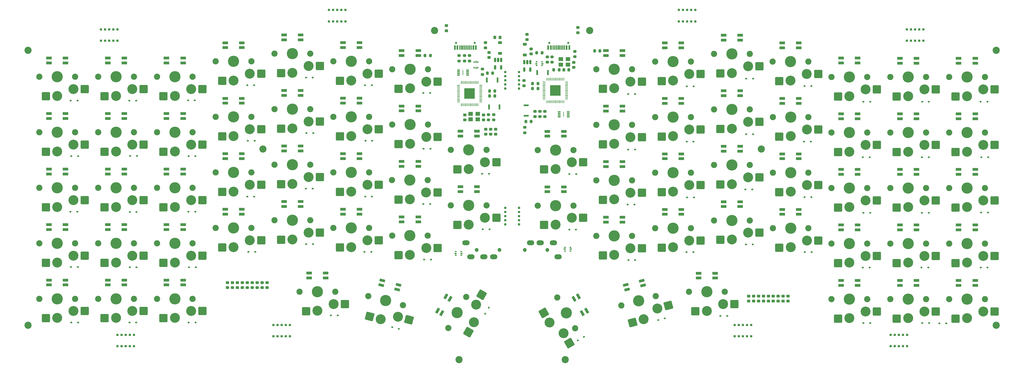
<source format=gbr>
%TF.GenerationSoftware,KiCad,Pcbnew,7.0.8*%
%TF.CreationDate,2023-12-22T16:38:51-05:00*%
%TF.ProjectId,Sango,53616e67-6f2e-46b6-9963-61645f706362,rev?*%
%TF.SameCoordinates,Original*%
%TF.FileFunction,Soldermask,Top*%
%TF.FilePolarity,Negative*%
%FSLAX46Y46*%
G04 Gerber Fmt 4.6, Leading zero omitted, Abs format (unit mm)*
G04 Created by KiCad (PCBNEW 7.0.8) date 2023-12-22 16:38:51*
%MOMM*%
%LPD*%
G01*
G04 APERTURE LIST*
G04 Aperture macros list*
%AMRoundRect*
0 Rectangle with rounded corners*
0 $1 Rounding radius*
0 $2 $3 $4 $5 $6 $7 $8 $9 X,Y pos of 4 corners*
0 Add a 4 corners polygon primitive as box body*
4,1,4,$2,$3,$4,$5,$6,$7,$8,$9,$2,$3,0*
0 Add four circle primitives for the rounded corners*
1,1,$1+$1,$2,$3*
1,1,$1+$1,$4,$5*
1,1,$1+$1,$6,$7*
1,1,$1+$1,$8,$9*
0 Add four rect primitives between the rounded corners*
20,1,$1+$1,$2,$3,$4,$5,0*
20,1,$1+$1,$4,$5,$6,$7,0*
20,1,$1+$1,$6,$7,$8,$9,0*
20,1,$1+$1,$8,$9,$2,$3,0*%
%AMRotRect*
0 Rectangle, with rotation*
0 The origin of the aperture is its center*
0 $1 length*
0 $2 width*
0 $3 Rotation angle, in degrees counterclockwise*
0 Add horizontal line*
21,1,$1,$2,0,0,$3*%
G04 Aperture macros list end*
%ADD10R,1.700000X0.820000*%
%ADD11RoundRect,0.205000X0.645000X0.205000X-0.645000X0.205000X-0.645000X-0.205000X0.645000X-0.205000X0*%
%ADD12RoundRect,0.112500X0.187500X0.112500X-0.187500X0.112500X-0.187500X-0.112500X0.187500X-0.112500X0*%
%ADD13RoundRect,0.112500X-0.187500X-0.112500X0.187500X-0.112500X0.187500X0.112500X-0.187500X0.112500X0*%
%ADD14RoundRect,0.225000X-0.250000X0.225000X-0.250000X-0.225000X0.250000X-0.225000X0.250000X0.225000X0*%
%ADD15RoundRect,0.205000X-0.645000X-0.205000X0.645000X-0.205000X0.645000X0.205000X-0.645000X0.205000X0*%
%ADD16C,1.200000*%
%ADD17O,2.300000X1.500000*%
%ADD18RoundRect,0.200000X0.200000X0.275000X-0.200000X0.275000X-0.200000X-0.275000X0.200000X-0.275000X0*%
%ADD19C,2.200000*%
%ADD20RoundRect,0.112500X-0.003678X0.218630X-0.191178X-0.106130X0.003678X-0.218630X0.191178X0.106130X0*%
%ADD21C,0.787400*%
%ADD22RoundRect,0.200000X-0.275000X0.200000X-0.275000X-0.200000X0.275000X-0.200000X0.275000X0.200000X0*%
%ADD23RoundRect,0.200000X0.275000X-0.200000X0.275000X0.200000X-0.275000X0.200000X-0.275000X-0.200000X0*%
%ADD24R,0.550000X1.500000*%
%ADD25RoundRect,0.225000X0.250000X-0.225000X0.250000X0.225000X-0.250000X0.225000X-0.250000X-0.225000X0*%
%ADD26RotRect,1.700000X0.820000X195.000000*%
%ADD27RoundRect,0.205000X0.569964X0.364953X-0.676080X0.031077X-0.569964X-0.364953X0.676080X-0.031077X0*%
%ADD28RoundRect,0.225000X0.375000X-0.225000X0.375000X0.225000X-0.375000X0.225000X-0.375000X-0.225000X0*%
%ADD29R,0.500000X0.375000*%
%ADD30R,0.650000X0.300000*%
%ADD31RoundRect,0.218750X-0.256250X0.218750X-0.256250X-0.218750X0.256250X-0.218750X0.256250X0.218750X0*%
%ADD32RoundRect,0.150000X-0.150000X0.512500X-0.150000X-0.512500X0.150000X-0.512500X0.150000X0.512500X0*%
%ADD33R,1.400000X1.200000*%
%ADD34RoundRect,0.112500X0.210228X0.060138X-0.151994X0.157195X-0.210228X-0.060138X0.151994X-0.157195X0*%
%ADD35R,1.500000X0.550000*%
%ADD36RoundRect,0.200000X-0.200000X-0.275000X0.200000X-0.275000X0.200000X0.275000X-0.200000X0.275000X0*%
%ADD37C,0.650000*%
%ADD38R,0.600000X1.450000*%
%ADD39R,0.300000X1.450000*%
%ADD40RotRect,1.700000X0.820000X120.000000*%
%ADD41RoundRect,0.205000X0.500035X-0.456086X-0.144965X0.661086X-0.500035X0.456086X0.144965X-0.661086X0*%
%ADD42RotRect,1.700000X0.820000X345.000000*%
%ADD43RoundRect,0.205000X-0.676080X-0.031077X0.569964X-0.364953X0.676080X0.031077X-0.569964X0.364953X0*%
%ADD44RotRect,1.700000X0.820000X60.000000*%
%ADD45RoundRect,0.205000X-0.144965X-0.661086X0.500035X0.456086X0.144965X0.661086X-0.500035X-0.456086X0*%
%ADD46R,0.375000X0.500000*%
%ADD47R,0.300000X0.650000*%
%ADD48R,0.900000X0.300000*%
%ADD49R,0.250000X1.650000*%
%ADD50RoundRect,0.112500X-0.151994X-0.157195X0.210228X-0.060138X0.151994X0.157195X-0.210228X0.060138X0*%
%ADD51RoundRect,0.225000X-0.225000X-0.250000X0.225000X-0.250000X0.225000X0.250000X-0.225000X0.250000X0*%
%ADD52RoundRect,0.218750X-0.218750X-0.256250X0.218750X-0.256250X0.218750X0.256250X-0.218750X0.256250X0*%
%ADD53RoundRect,0.112500X0.106130X0.191178X-0.218630X0.003678X-0.106130X-0.191178X0.218630X-0.003678X0*%
%ADD54RoundRect,0.050000X0.387500X0.050000X-0.387500X0.050000X-0.387500X-0.050000X0.387500X-0.050000X0*%
%ADD55RoundRect,0.050000X0.050000X0.387500X-0.050000X0.387500X-0.050000X-0.387500X0.050000X-0.387500X0*%
%ADD56R,3.200000X3.200000*%
%ADD57RoundRect,0.050000X-0.387500X-0.050000X0.387500X-0.050000X0.387500X0.050000X-0.387500X0.050000X0*%
%ADD58RoundRect,0.050000X-0.050000X-0.387500X0.050000X-0.387500X0.050000X0.387500X-0.050000X0.387500X0*%
%ADD59C,1.900000*%
%ADD60C,3.450000*%
%ADD61C,3.050000*%
%ADD62RoundRect,0.250000X-1.025000X-1.000000X1.025000X-1.000000X1.025000X1.000000X-1.025000X1.000000X0*%
%ADD63RoundRect,0.250000X0.353525X-1.387676X1.378525X0.387676X-0.353525X1.387676X-1.378525X-0.387676X0*%
%ADD64RoundRect,0.250000X-1.248893X-0.700636X0.731255X-1.231215X1.248893X0.700636X-0.731255X1.231215X0*%
%ADD65RoundRect,0.250000X-0.731255X-1.231215X1.248893X-0.700636X0.731255X1.231215X-1.248893X0.700636X0*%
%ADD66RoundRect,0.250000X-1.378525X0.387676X-0.353525X-1.387676X1.378525X-0.387676X0.353525X1.387676X0*%
G04 APERTURE END LIST*
D10*
%TO.C,D139*%
X145180000Y-249612582D03*
X145180000Y-251112582D03*
D11*
X140080000Y-251112582D03*
D10*
X140080000Y-249612582D03*
%TD*%
D12*
%TO.C,D55*%
X166987500Y-243250000D03*
X164887500Y-243250000D03*
%TD*%
D13*
%TO.C,D19*%
X318380000Y-245870000D03*
X320480000Y-245870000D03*
%TD*%
D12*
%TO.C,D51*%
X94537500Y-250340000D03*
X92437500Y-250340000D03*
%TD*%
D14*
%TO.C,C6*%
X235380000Y-219505000D03*
X235380000Y-221055000D03*
%TD*%
D10*
%TO.C,D100*%
X158180000Y-231644000D03*
X158180000Y-230144000D03*
D15*
X163280000Y-230144000D03*
D10*
X163280000Y-231644000D03*
%TD*%
D16*
%TO.C,J4*%
X224477500Y-262100000D03*
X217477500Y-262100000D03*
D17*
X219677500Y-264250000D03*
X215677500Y-264250000D03*
X214177500Y-259950000D03*
X222677500Y-264250000D03*
%TD*%
D10*
%TO.C,D121*%
X140080000Y-234019000D03*
X140080000Y-232519000D03*
D15*
X145180000Y-232519000D03*
D10*
X145180000Y-234019000D03*
%TD*%
%TO.C,D94*%
X370925000Y-237318582D03*
X370925000Y-238818582D03*
D11*
X365825000Y-238818582D03*
D10*
X365825000Y-237318582D03*
%TD*%
D18*
%TO.C,R9*%
X236305000Y-210880000D03*
X234655000Y-210880000D03*
%TD*%
D12*
%TO.C,D47*%
X149087500Y-228520000D03*
X146987500Y-228520000D03*
%TD*%
D10*
%TO.C,D96*%
X334725000Y-237318582D03*
X334725000Y-238818582D03*
D11*
X329625000Y-238818582D03*
D10*
X329625000Y-237318582D03*
%TD*%
%TO.C,D80*%
X293450000Y-214618582D03*
X293450000Y-213118582D03*
D15*
X298550000Y-213118582D03*
D10*
X298550000Y-214618582D03*
%TD*%
D14*
%TO.C,C17*%
X221760000Y-224935000D03*
X221760000Y-226485000D03*
%TD*%
D19*
%TO.C,REF\u002A\u002A*%
X212000000Y-295900000D03*
%TD*%
D20*
%TO.C,D72*%
X221165000Y-279940673D03*
X220115000Y-281759327D03*
%TD*%
D19*
%TO.C,REF\u002A\u002A*%
X204500000Y-194600000D03*
%TD*%
D13*
%TO.C,D33*%
X292450000Y-282430000D03*
X294550000Y-282430000D03*
%TD*%
D19*
%TO.C,REF\u002A\u002A*%
X377375000Y-285300000D03*
%TD*%
D13*
%TO.C,D25*%
X282090000Y-262830000D03*
X284190000Y-262830000D03*
%TD*%
D10*
%TO.C,D123*%
X239175000Y-244218582D03*
X239175000Y-242718582D03*
D15*
X244275000Y-242718582D03*
D10*
X244275000Y-244218582D03*
%TD*%
%TO.C,D119*%
X85780000Y-204544000D03*
X85780000Y-203044000D03*
D15*
X90880000Y-203044000D03*
D10*
X90880000Y-204544000D03*
%TD*%
%TO.C,D138*%
X163280000Y-247237582D03*
X163280000Y-248737582D03*
D11*
X158180000Y-248737582D03*
D10*
X158180000Y-247237582D03*
%TD*%
D13*
%TO.C,D4*%
X318352500Y-211690000D03*
X320452500Y-211690000D03*
%TD*%
D12*
%TO.C,D67*%
X94760000Y-284510000D03*
X92660000Y-284510000D03*
%TD*%
D21*
%TO.C,REF\u002A\u002A*%
X171960000Y-191746000D03*
X173230000Y-191746000D03*
X174500000Y-191746000D03*
X175770000Y-191746000D03*
X177040000Y-191746000D03*
%TD*%
D13*
%TO.C,D17*%
X282230000Y-245930000D03*
X284330000Y-245930000D03*
%TD*%
D14*
%TO.C,C19*%
X151415000Y-272200000D03*
X151415000Y-273750000D03*
%TD*%
D10*
%TO.C,D75*%
X334725000Y-203071600D03*
X334725000Y-204571600D03*
D11*
X329625000Y-204571600D03*
D10*
X329625000Y-203071600D03*
%TD*%
%TO.C,D126*%
X293450000Y-248793582D03*
X293450000Y-247293582D03*
D15*
X298550000Y-247293582D03*
D10*
X298550000Y-248793582D03*
%TD*%
D12*
%TO.C,D68*%
X112667500Y-284490000D03*
X110567500Y-284490000D03*
%TD*%
D13*
%TO.C,D34*%
X336480000Y-284630000D03*
X338580000Y-284630000D03*
%TD*%
D12*
%TO.C,D66*%
X221427500Y-255780000D03*
X219327500Y-255780000D03*
%TD*%
D22*
%TO.C,R2*%
X232260000Y-224385000D03*
X232260000Y-226035000D03*
%TD*%
D10*
%TO.C,D125*%
X275350000Y-251168582D03*
X275350000Y-249668582D03*
D15*
X280450000Y-249668582D03*
D10*
X280450000Y-251168582D03*
%TD*%
%TO.C,D142*%
X103880000Y-272919000D03*
X103880000Y-271419000D03*
D15*
X108980000Y-271419000D03*
D10*
X108980000Y-272919000D03*
%TD*%
D23*
%TO.C,R19*%
X215280000Y-203945000D03*
X215280000Y-202295000D03*
%TD*%
D12*
%TO.C,D39*%
X130697500Y-216120000D03*
X128597500Y-216120000D03*
%TD*%
%TO.C,D56*%
X185220000Y-245670000D03*
X183120000Y-245670000D03*
%TD*%
D24*
%TO.C,SW4*%
X220605000Y-209800000D03*
X223855000Y-209800000D03*
%TD*%
D10*
%TO.C,D120*%
X181380000Y-215419000D03*
X181380000Y-216919000D03*
D11*
X176280000Y-216919000D03*
D10*
X176280000Y-215419000D03*
%TD*%
D13*
%TO.C,D1*%
X264090000Y-214120000D03*
X266190000Y-214120000D03*
%TD*%
D10*
%TO.C,D99*%
X163280000Y-213044000D03*
X163280000Y-214544000D03*
D11*
X158180000Y-214544000D03*
D10*
X158180000Y-213044000D03*
%TD*%
D25*
%TO.C,C1*%
X234200000Y-201775000D03*
X234200000Y-200225000D03*
%TD*%
D13*
%TO.C,D23*%
X245942500Y-255880000D03*
X248042500Y-255880000D03*
%TD*%
D12*
%TO.C,D70*%
X174700000Y-282310000D03*
X172600000Y-282310000D03*
%TD*%
D10*
%TO.C,D141*%
X85780000Y-272919000D03*
X85780000Y-271419000D03*
D15*
X90880000Y-271419000D03*
D10*
X90880000Y-272919000D03*
%TD*%
%TO.C,D102*%
X121980000Y-204544000D03*
X121980000Y-203044000D03*
D15*
X127080000Y-203044000D03*
D10*
X127080000Y-204544000D03*
%TD*%
D26*
%TO.C,D133*%
X268262494Y-271581015D03*
X268650722Y-273029904D03*
D27*
X263724500Y-274349881D03*
D26*
X263336272Y-272900992D03*
%TD*%
D19*
%TO.C,REF\u002A\u002A*%
X305050000Y-231080000D03*
%TD*%
D10*
%TO.C,D83*%
X347725000Y-221743582D03*
X347725000Y-220243582D03*
D15*
X352825000Y-220243582D03*
D10*
X352825000Y-221743582D03*
%TD*%
D23*
%TO.C,R20*%
X213730000Y-203955000D03*
X213730000Y-202305000D03*
%TD*%
D13*
%TO.C,D20*%
X336482500Y-250690000D03*
X338582500Y-250690000D03*
%TD*%
D10*
%TO.C,D82*%
X329625000Y-221743582D03*
X329625000Y-220243582D03*
D15*
X334725000Y-220243582D03*
D10*
X334725000Y-221743582D03*
%TD*%
%TO.C,D107*%
X127080000Y-220144000D03*
X127080000Y-221644000D03*
D11*
X121980000Y-221644000D03*
D10*
X121980000Y-220144000D03*
%TD*%
%TO.C,D116*%
X199466577Y-217819000D03*
X199466577Y-219319000D03*
D11*
X194366577Y-219319000D03*
D10*
X194366577Y-217819000D03*
%TD*%
%TO.C,D79*%
X262350000Y-200743582D03*
X262350000Y-202243582D03*
D11*
X257250000Y-202243582D03*
D10*
X257250000Y-200743582D03*
%TD*%
D12*
%TO.C,D50*%
X203207500Y-230960000D03*
X201107500Y-230960000D03*
%TD*%
D28*
%TO.C,D73*%
X232230000Y-202117500D03*
X232230000Y-198817500D03*
%TD*%
D22*
%TO.C,R7*%
X219200000Y-206435000D03*
X219200000Y-208085000D03*
%TD*%
D28*
%TO.C,D122*%
X224650000Y-201560000D03*
X224650000Y-198260000D03*
%TD*%
D29*
%TO.C,U5*%
X244590000Y-261372500D03*
D30*
X244515000Y-261910000D03*
D29*
X244590000Y-262447500D03*
X246290000Y-262447500D03*
D30*
X246365000Y-261910000D03*
D29*
X246290000Y-261372500D03*
%TD*%
D10*
%TO.C,D106*%
X140080000Y-199844000D03*
X140080000Y-198344000D03*
D15*
X145180000Y-198344000D03*
D10*
X145180000Y-199844000D03*
%TD*%
%TO.C,D98*%
X103880000Y-204544000D03*
X103880000Y-203044000D03*
D15*
X108980000Y-203044000D03*
D10*
X108980000Y-204544000D03*
%TD*%
D31*
%TO.C,FB1*%
X248610000Y-193672500D03*
X248610000Y-195247500D03*
%TD*%
D12*
%TO.C,D64*%
X185047500Y-262740000D03*
X182947500Y-262740000D03*
%TD*%
D19*
%TO.C,REF\u002A\u002A*%
X377375000Y-200700000D03*
%TD*%
D31*
%TO.C,F1*%
X232910000Y-195782500D03*
X232910000Y-197357500D03*
%TD*%
D12*
%TO.C,D61*%
X130980000Y-267440000D03*
X128880000Y-267440000D03*
%TD*%
D10*
%TO.C,D118*%
X194366577Y-202244000D03*
X194366577Y-200744000D03*
D15*
X199466577Y-200744000D03*
D10*
X199466577Y-202244000D03*
%TD*%
D12*
%TO.C,D46*%
X130867500Y-233260000D03*
X128767500Y-233260000D03*
%TD*%
D10*
%TO.C,D84*%
X365825000Y-221743582D03*
X365825000Y-220243582D03*
D15*
X370925000Y-220243582D03*
D10*
X370925000Y-221743582D03*
%TD*%
%TO.C,D137*%
X181380000Y-249612582D03*
X181380000Y-251112582D03*
D11*
X176280000Y-251112582D03*
D10*
X176280000Y-249612582D03*
%TD*%
%TO.C,D89*%
X239175000Y-227118582D03*
X239175000Y-225618582D03*
D15*
X244275000Y-225618582D03*
D10*
X244275000Y-227118582D03*
%TD*%
D23*
%TO.C,R14*%
X239170000Y-204335000D03*
X239170000Y-202685000D03*
%TD*%
D10*
%TO.C,D90*%
X257250000Y-219343582D03*
X257250000Y-217843582D03*
D15*
X262350000Y-217843582D03*
D10*
X262350000Y-219343582D03*
%TD*%
%TO.C,D85*%
X370925000Y-203143582D03*
X370925000Y-204643582D03*
D11*
X365825000Y-204643582D03*
D10*
X365825000Y-203143582D03*
%TD*%
D25*
%TO.C,C10*%
X305720000Y-277895000D03*
X305720000Y-276345000D03*
%TD*%
D32*
%TO.C,U3*%
X225000000Y-203642500D03*
X224050000Y-203642500D03*
X223100000Y-203642500D03*
X223100000Y-205917500D03*
X225000000Y-205917500D03*
%TD*%
D14*
%TO.C,C30*%
X140770000Y-272200000D03*
X140770000Y-273750000D03*
%TD*%
D21*
%TO.C,REF\u002A\u002A*%
X230489850Y-254280000D03*
X230489850Y-253010000D03*
X230489850Y-251740000D03*
X230489850Y-250470000D03*
X230489850Y-249200000D03*
%TD*%
D12*
%TO.C,D65*%
X203420000Y-265090000D03*
X201320000Y-265090000D03*
%TD*%
D33*
%TO.C,Y1*%
X245520000Y-203340000D03*
X243320000Y-203340000D03*
X243320000Y-205040000D03*
X245520000Y-205040000D03*
%TD*%
D10*
%TO.C,D76*%
X316625000Y-198368582D03*
X316625000Y-199868582D03*
D11*
X311525000Y-199868582D03*
D10*
X311525000Y-198368582D03*
%TD*%
D14*
%TO.C,C15*%
X152950000Y-272200000D03*
X152950000Y-273750000D03*
%TD*%
D10*
%TO.C,D128*%
X329625000Y-255918582D03*
X329625000Y-254418582D03*
D15*
X334725000Y-254418582D03*
D10*
X334725000Y-255918582D03*
%TD*%
D12*
%TO.C,D37*%
X94600000Y-216150000D03*
X92500000Y-216150000D03*
%TD*%
%TO.C,D49*%
X185317500Y-228500000D03*
X183217500Y-228500000D03*
%TD*%
D22*
%TO.C,R17*%
X220140000Y-198275000D03*
X220140000Y-199925000D03*
%TD*%
D18*
%TO.C,R3*%
X234225000Y-222620000D03*
X232575000Y-222620000D03*
%TD*%
D10*
%TO.C,D101*%
X108980000Y-254344000D03*
X108980000Y-255844000D03*
D11*
X103880000Y-255844000D03*
D10*
X103880000Y-254344000D03*
%TD*%
%TO.C,D78*%
X280450000Y-198368582D03*
X280450000Y-199868582D03*
D11*
X275350000Y-199868582D03*
D10*
X275350000Y-198368582D03*
%TD*%
D25*
%TO.C,C23*%
X213810000Y-222080000D03*
X213810000Y-220530000D03*
%TD*%
%TO.C,C5*%
X313320000Y-277895000D03*
X313320000Y-276345000D03*
%TD*%
D34*
%TO.C,D71*%
X193484222Y-286441760D03*
X191455778Y-285898240D03*
%TD*%
D10*
%TO.C,D104*%
X176280000Y-234019000D03*
X176280000Y-232519000D03*
D15*
X181380000Y-232519000D03*
D10*
X181380000Y-234019000D03*
%TD*%
D25*
%TO.C,C11*%
X302680000Y-277900000D03*
X302680000Y-276350000D03*
%TD*%
D24*
%TO.C,SW3*%
X221225000Y-218130000D03*
X224475000Y-218130000D03*
%TD*%
D21*
%TO.C,REF\u002A\u002A*%
X111940000Y-288265150D03*
X110670000Y-288265150D03*
X109400000Y-288265150D03*
X108130000Y-288265150D03*
X106860000Y-288265150D03*
%TD*%
D10*
%TO.C,D108*%
X194366577Y-236394000D03*
X194366577Y-234894000D03*
D15*
X199466577Y-234894000D03*
D10*
X199466577Y-236394000D03*
%TD*%
D22*
%TO.C,R4*%
X232010000Y-209975000D03*
X232010000Y-211625000D03*
%TD*%
D13*
%TO.C,D26*%
X300330000Y-260430000D03*
X302430000Y-260430000D03*
%TD*%
D10*
%TO.C,D115*%
X90880000Y-220144000D03*
X90880000Y-221644000D03*
D11*
X85780000Y-221644000D03*
D10*
X85780000Y-220144000D03*
%TD*%
D21*
%TO.C,REF\u002A\u002A*%
X154850000Y-288734850D03*
X156120000Y-288734850D03*
X157390000Y-288734850D03*
X158660000Y-288734850D03*
X159930000Y-288734850D03*
%TD*%
D10*
%TO.C,D140*%
X127080000Y-254344000D03*
X127080000Y-255844000D03*
D11*
X121980000Y-255844000D03*
D10*
X121980000Y-254344000D03*
%TD*%
D13*
%TO.C,D5*%
X336530000Y-216460000D03*
X338630000Y-216460000D03*
%TD*%
D25*
%TO.C,C14*%
X310280000Y-277895000D03*
X310280000Y-276345000D03*
%TD*%
D10*
%TO.C,D88*%
X262350000Y-234943582D03*
X262350000Y-236443582D03*
D11*
X257250000Y-236443582D03*
D10*
X257250000Y-234943582D03*
%TD*%
D12*
%TO.C,D45*%
X112847500Y-233210000D03*
X110747500Y-233210000D03*
%TD*%
D14*
%TO.C,C26*%
X219590000Y-220530000D03*
X219590000Y-222080000D03*
%TD*%
D10*
%TO.C,D132*%
X290837592Y-269295077D03*
X290837592Y-270795077D03*
D11*
X285737592Y-270795077D03*
D10*
X285737592Y-269295077D03*
%TD*%
D13*
%TO.C,D22*%
X372750000Y-250610000D03*
X374850000Y-250610000D03*
%TD*%
D10*
%TO.C,D81*%
X311525000Y-216968582D03*
X311525000Y-215468582D03*
D15*
X316625000Y-215468582D03*
D10*
X316625000Y-216968582D03*
%TD*%
%TO.C,D113*%
X103880000Y-238744000D03*
X103880000Y-237244000D03*
D15*
X108980000Y-237244000D03*
D10*
X108980000Y-238744000D03*
%TD*%
D22*
%TO.C,R11*%
X247670000Y-201005000D03*
X247670000Y-202655000D03*
%TD*%
D13*
%TO.C,D14*%
X372812500Y-233590000D03*
X374912500Y-233590000D03*
%TD*%
D33*
%TO.C,Y2*%
X215600000Y-221935000D03*
X217800000Y-221935000D03*
X217800000Y-220235000D03*
X215600000Y-220235000D03*
%TD*%
D13*
%TO.C,D12*%
X336350000Y-233580000D03*
X338450000Y-233580000D03*
%TD*%
D14*
%TO.C,C27*%
X143810000Y-272200000D03*
X143810000Y-273750000D03*
%TD*%
D12*
%TO.C,D48*%
X167180000Y-226190000D03*
X165080000Y-226190000D03*
%TD*%
D10*
%TO.C,D135*%
X217555000Y-242662582D03*
X217555000Y-244162582D03*
D11*
X212455000Y-244162582D03*
D10*
X212455000Y-242662582D03*
%TD*%
D35*
%TO.C,SW2*%
X232720000Y-220855000D03*
X232720000Y-217605000D03*
%TD*%
D12*
%TO.C,D41*%
X167017500Y-209050000D03*
X164917500Y-209050000D03*
%TD*%
%TO.C,D69*%
X130917500Y-284530000D03*
X128817500Y-284530000D03*
%TD*%
D10*
%TO.C,D131*%
X334725000Y-271518582D03*
X334725000Y-273018582D03*
D11*
X329625000Y-273018582D03*
D10*
X329625000Y-271518582D03*
%TD*%
D13*
%TO.C,D9*%
X282102500Y-228800000D03*
X284202500Y-228800000D03*
%TD*%
D10*
%TO.C,D87*%
X280450000Y-232568582D03*
X280450000Y-234068582D03*
D11*
X275350000Y-234068582D03*
D10*
X275350000Y-232568582D03*
%TD*%
D36*
%TO.C,R6*%
X220725000Y-207700000D03*
X222375000Y-207700000D03*
%TD*%
D10*
%TO.C,D127*%
X311525000Y-251168582D03*
X311525000Y-249668582D03*
D15*
X316625000Y-249668582D03*
D10*
X316625000Y-251168582D03*
%TD*%
D36*
%TO.C,R12*%
X235945000Y-201460000D03*
X237595000Y-201460000D03*
%TD*%
D12*
%TO.C,D58*%
X221237500Y-238700000D03*
X219137500Y-238700000D03*
%TD*%
D37*
%TO.C,J3*%
X216895000Y-198344000D03*
X211115000Y-198344000D03*
D38*
X217230000Y-199789000D03*
X216455000Y-199789000D03*
D39*
X215255000Y-199789000D03*
X214255000Y-199789000D03*
X213755000Y-199789000D03*
X212755000Y-199789000D03*
D38*
X211555000Y-199789000D03*
X210780000Y-199789000D03*
X210780000Y-199789000D03*
X211555000Y-199789000D03*
D39*
X212255000Y-199789000D03*
X213255000Y-199789000D03*
X214755000Y-199789000D03*
X215755000Y-199789000D03*
D38*
X216455000Y-199789000D03*
X217230000Y-199789000D03*
%TD*%
D36*
%TO.C,R10*%
X234655000Y-212400000D03*
X236305000Y-212400000D03*
%TD*%
D13*
%TO.C,D8*%
X264142500Y-231210000D03*
X266242500Y-231210000D03*
%TD*%
D40*
%TO.C,D134*%
X251292238Y-280878442D03*
X249993200Y-281628442D03*
D41*
X247443200Y-277211712D03*
D40*
X248742238Y-276461712D03*
%TD*%
D13*
%TO.C,D6*%
X354580000Y-216510000D03*
X356680000Y-216510000D03*
%TD*%
D18*
%TO.C,R1*%
X242820000Y-206690000D03*
X241170000Y-206690000D03*
%TD*%
D25*
%TO.C,C4*%
X307240000Y-277895000D03*
X307240000Y-276345000D03*
%TD*%
D13*
%TO.C,D3*%
X300402500Y-209420000D03*
X302502500Y-209420000D03*
%TD*%
D10*
%TO.C,D112*%
X217555000Y-225569000D03*
X217555000Y-227069000D03*
D11*
X212455000Y-227069000D03*
D10*
X212455000Y-225569000D03*
%TD*%
%TO.C,D111*%
X108980000Y-220144000D03*
X108980000Y-221644000D03*
D11*
X103880000Y-221644000D03*
D10*
X103880000Y-220144000D03*
%TD*%
D21*
%TO.C,REF\u002A\u002A*%
X230484850Y-212470000D03*
X230484850Y-211200000D03*
X230484850Y-209930000D03*
X230484850Y-208660000D03*
X230484850Y-207390000D03*
%TD*%
D10*
%TO.C,D136*%
X199466577Y-251987582D03*
X199466577Y-253487582D03*
D11*
X194366577Y-253487582D03*
D10*
X194366577Y-251987582D03*
%TD*%
D13*
%TO.C,D18*%
X300150000Y-243500000D03*
X302250000Y-243500000D03*
%TD*%
D12*
%TO.C,D53*%
X130800000Y-250340000D03*
X128700000Y-250340000D03*
%TD*%
D10*
%TO.C,D74*%
X352825000Y-203143582D03*
X352825000Y-204643582D03*
D11*
X347725000Y-204643582D03*
D10*
X347725000Y-203143582D03*
%TD*%
D29*
%TO.C,U7*%
X212740000Y-263747500D03*
D30*
X212815000Y-263210000D03*
D29*
X212740000Y-262672500D03*
X211040000Y-262672500D03*
D30*
X210965000Y-263210000D03*
D29*
X211040000Y-263747500D03*
%TD*%
D19*
%TO.C,REF\u002A\u002A*%
X79330000Y-200700000D03*
%TD*%
D21*
%TO.C,REF\u002A\u002A*%
X354915000Y-194270000D03*
X353645000Y-194270000D03*
X352375000Y-194270000D03*
X351105000Y-194270000D03*
X349835000Y-194270000D03*
%TD*%
D10*
%TO.C,D92*%
X347725000Y-255918582D03*
X347725000Y-254418582D03*
D15*
X352825000Y-254418582D03*
D10*
X352825000Y-255918582D03*
%TD*%
%TO.C,D144*%
X165866577Y-270737582D03*
X165866577Y-269237582D03*
D15*
X170966577Y-269237582D03*
D10*
X170966577Y-270737582D03*
%TD*%
D21*
%TO.C,REF\u002A\u002A*%
X349915000Y-288265150D03*
X348645000Y-288265150D03*
X347375000Y-288265150D03*
X346105000Y-288265150D03*
X344835000Y-288265150D03*
%TD*%
%TO.C,REF\u002A\u002A*%
X106870000Y-194275150D03*
X105600000Y-194275150D03*
X104330000Y-194275150D03*
X103060000Y-194275150D03*
X101790000Y-194275150D03*
%TD*%
D12*
%TO.C,D63*%
X167057500Y-260320000D03*
X164957500Y-260320000D03*
%TD*%
%TO.C,D54*%
X148957500Y-245670000D03*
X146857500Y-245670000D03*
%TD*%
D14*
%TO.C,C21*%
X148370000Y-272200000D03*
X148370000Y-273750000D03*
%TD*%
%TO.C,C28*%
X142290000Y-272200000D03*
X142290000Y-273750000D03*
%TD*%
D21*
%TO.C,REF\u002A\u002A*%
X159940000Y-285265150D03*
X158670000Y-285265150D03*
X157400000Y-285265150D03*
X156130000Y-285265150D03*
X154860000Y-285265150D03*
%TD*%
D10*
%TO.C,D124*%
X257250000Y-253543582D03*
X257250000Y-252043582D03*
D15*
X262350000Y-252043582D03*
D10*
X262350000Y-253543582D03*
%TD*%
%TO.C,D114*%
X176280000Y-199819000D03*
X176280000Y-198319000D03*
D15*
X181380000Y-198319000D03*
D10*
X181380000Y-199819000D03*
%TD*%
D13*
%TO.C,D36*%
X359882500Y-284770000D03*
X361982500Y-284770000D03*
%TD*%
D10*
%TO.C,D109*%
X85780000Y-238744000D03*
X85780000Y-237244000D03*
D15*
X90880000Y-237244000D03*
D10*
X90880000Y-238744000D03*
%TD*%
D14*
%TO.C,C2*%
X247320000Y-204395000D03*
X247320000Y-205945000D03*
%TD*%
D21*
%TO.C,REF\u002A\u002A*%
X226249000Y-249200000D03*
X226249000Y-250470000D03*
X226249000Y-251740000D03*
X226249000Y-253010000D03*
X226249000Y-254280000D03*
%TD*%
D10*
%TO.C,D77*%
X298550000Y-196018582D03*
X298550000Y-197518582D03*
D11*
X293450000Y-197518582D03*
D10*
X293450000Y-196018582D03*
%TD*%
%TO.C,D129*%
X370925000Y-271518582D03*
X370925000Y-273018582D03*
D11*
X365825000Y-273018582D03*
D10*
X365825000Y-271518582D03*
%TD*%
D23*
%TO.C,R5*%
X221110000Y-222130000D03*
X221110000Y-220480000D03*
%TD*%
D13*
%TO.C,D35*%
X354590000Y-284690000D03*
X356690000Y-284690000D03*
%TD*%
%TO.C,D11*%
X318230000Y-228760000D03*
X320330000Y-228760000D03*
%TD*%
D42*
%TO.C,D145*%
X188059712Y-272984680D03*
X188447940Y-271535791D03*
D43*
X193374162Y-272855768D03*
D42*
X192985934Y-274304657D03*
%TD*%
D12*
%TO.C,D52*%
X112760000Y-250420000D03*
X110660000Y-250420000D03*
%TD*%
D44*
%TO.C,D146*%
X206720219Y-281583218D03*
X205421181Y-280833218D03*
D45*
X207971181Y-276416488D03*
D44*
X209270219Y-277166488D03*
%TD*%
D10*
%TO.C,D97*%
X316625000Y-232568582D03*
X316625000Y-234068582D03*
D11*
X311525000Y-234068582D03*
D10*
X311525000Y-232568582D03*
%TD*%
D12*
%TO.C,D62*%
X149300000Y-262700000D03*
X147200000Y-262700000D03*
%TD*%
D24*
%TO.C,SW1*%
X239355000Y-207540000D03*
X236105000Y-207540000D03*
%TD*%
D46*
%TO.C,U8*%
X216722500Y-206040000D03*
D47*
X217260000Y-206115000D03*
D46*
X217797500Y-206040000D03*
X217797500Y-204340000D03*
D47*
X217260000Y-204265000D03*
D46*
X216722500Y-204340000D03*
%TD*%
D12*
%TO.C,D42*%
X185177500Y-211450000D03*
X183077500Y-211450000D03*
%TD*%
D21*
%TO.C,REF\u002A\u002A*%
X226244000Y-207390000D03*
X226244000Y-208660000D03*
X226244000Y-209930000D03*
X226244000Y-211200000D03*
X226244000Y-212470000D03*
%TD*%
D22*
%TO.C,R8*%
X222690000Y-220465000D03*
X222690000Y-222115000D03*
%TD*%
D19*
%TO.C,REF\u002A\u002A*%
X79400000Y-285300000D03*
%TD*%
D48*
%TO.C,IC2*%
X211850000Y-206780000D03*
X211850000Y-207280000D03*
X211850000Y-207780000D03*
X211850000Y-208280000D03*
X214650000Y-208280000D03*
X214650000Y-207780000D03*
X214650000Y-207280000D03*
X214650000Y-206780000D03*
D49*
X213250000Y-207530000D03*
%TD*%
D36*
%TO.C,R16*%
X201575000Y-202290000D03*
X203225000Y-202290000D03*
%TD*%
D10*
%TO.C,D143*%
X121980000Y-272919000D03*
X121980000Y-271419000D03*
D15*
X127080000Y-271419000D03*
D10*
X127080000Y-272919000D03*
%TD*%
D21*
%TO.C,REF\u002A\u002A*%
X349835000Y-197746000D03*
X351105000Y-197746000D03*
X352375000Y-197746000D03*
X353645000Y-197746000D03*
X354915000Y-197746000D03*
%TD*%
D10*
%TO.C,D117*%
X121980000Y-238744000D03*
X121980000Y-237244000D03*
D15*
X127080000Y-237244000D03*
D10*
X127080000Y-238744000D03*
%TD*%
D36*
%TO.C,R21*%
X221405000Y-213160000D03*
X223055000Y-213160000D03*
%TD*%
D21*
%TO.C,REF\u002A\u002A*%
X101790000Y-197746000D03*
X103060000Y-197746000D03*
X104330000Y-197746000D03*
X105600000Y-197746000D03*
X106870000Y-197746000D03*
%TD*%
D19*
%TO.C,REF\u002A\u002A*%
X252230000Y-194600000D03*
%TD*%
D12*
%TO.C,D57*%
X203117500Y-247990000D03*
X201017500Y-247990000D03*
%TD*%
D14*
%TO.C,C25*%
X145330000Y-272200000D03*
X145330000Y-273750000D03*
%TD*%
D21*
%TO.C,REF\u002A\u002A*%
X106860000Y-291734850D03*
X108130000Y-291734850D03*
X109400000Y-291734850D03*
X110670000Y-291734850D03*
X111940000Y-291734850D03*
%TD*%
D14*
%TO.C,C7*%
X236900000Y-219505000D03*
X236900000Y-221055000D03*
%TD*%
D10*
%TO.C,D91*%
X275350000Y-216968582D03*
X275350000Y-215468582D03*
D15*
X280450000Y-215468582D03*
D10*
X280450000Y-216968582D03*
%TD*%
D25*
%TO.C,C12*%
X304200000Y-277900000D03*
X304200000Y-276350000D03*
%TD*%
D12*
%TO.C,D59*%
X94687500Y-267420000D03*
X92587500Y-267420000D03*
%TD*%
D16*
%TO.C,J2*%
X232250000Y-262100000D03*
X239250000Y-262100000D03*
D17*
X237050000Y-259950000D03*
X241050000Y-259950000D03*
X242550000Y-264250000D03*
X234050000Y-259950000D03*
%TD*%
D32*
%TO.C,U1*%
X233960000Y-204292500D03*
X233010000Y-204292500D03*
X232060000Y-204292500D03*
X232060000Y-206567500D03*
X233960000Y-206567500D03*
%TD*%
D13*
%TO.C,D28*%
X336330000Y-267570000D03*
X338430000Y-267570000D03*
%TD*%
%TO.C,D10*%
X300442500Y-226490000D03*
X302542500Y-226490000D03*
%TD*%
D25*
%TO.C,C29*%
X308760000Y-277895000D03*
X308760000Y-276345000D03*
%TD*%
D13*
%TO.C,D7*%
X372580000Y-216480000D03*
X374680000Y-216480000D03*
%TD*%
D10*
%TO.C,D105*%
X90880000Y-254344000D03*
X90880000Y-255844000D03*
D11*
X85780000Y-255844000D03*
D10*
X85780000Y-254344000D03*
%TD*%
D13*
%TO.C,D13*%
X354552500Y-233600000D03*
X356652500Y-233600000D03*
%TD*%
%TO.C,D29*%
X354360000Y-267570000D03*
X356460000Y-267570000D03*
%TD*%
D50*
%TO.C,D32*%
X273325778Y-283751760D03*
X275354222Y-283208240D03*
%TD*%
D12*
%TO.C,D44*%
X94790000Y-233250000D03*
X92690000Y-233250000D03*
%TD*%
D10*
%TO.C,D93*%
X365825000Y-255918582D03*
X365825000Y-254418582D03*
D15*
X370925000Y-254418582D03*
D10*
X370925000Y-255918582D03*
%TD*%
D14*
%TO.C,C24*%
X146850000Y-272200000D03*
X146850000Y-273750000D03*
%TD*%
D51*
%TO.C,C3*%
X244265000Y-206690000D03*
X245815000Y-206690000D03*
%TD*%
D25*
%TO.C,C9*%
X301160000Y-277895000D03*
X301160000Y-276345000D03*
%TD*%
D21*
%TO.C,REF\u002A\u002A*%
X279690000Y-191746000D03*
X280960000Y-191746000D03*
X282230000Y-191746000D03*
X283500000Y-191746000D03*
X284770000Y-191746000D03*
%TD*%
D12*
%TO.C,D40*%
X148977500Y-211400000D03*
X146877500Y-211400000D03*
%TD*%
D52*
%TO.C,F2*%
X223080000Y-196660000D03*
X224655000Y-196660000D03*
%TD*%
D10*
%TO.C,D103*%
X145180000Y-215444000D03*
X145180000Y-216944000D03*
D11*
X140080000Y-216944000D03*
D10*
X140080000Y-215444000D03*
%TD*%
D12*
%TO.C,D38*%
X112597500Y-216130000D03*
X110497500Y-216130000D03*
%TD*%
D10*
%TO.C,D110*%
X158180000Y-197444000D03*
X158180000Y-195944000D03*
D15*
X163280000Y-195944000D03*
D10*
X163280000Y-197444000D03*
%TD*%
D14*
%TO.C,C20*%
X149890000Y-272200000D03*
X149890000Y-273750000D03*
%TD*%
D37*
%TO.C,J1*%
X245615000Y-198375000D03*
X239835000Y-198375000D03*
D38*
X245950000Y-199820000D03*
X245175000Y-199820000D03*
D39*
X243975000Y-199820000D03*
X242975000Y-199820000D03*
X242475000Y-199820000D03*
X241475000Y-199820000D03*
D38*
X240275000Y-199820000D03*
X239500000Y-199820000D03*
X239500000Y-199820000D03*
X240275000Y-199820000D03*
D39*
X240975000Y-199820000D03*
X241975000Y-199820000D03*
X243475000Y-199820000D03*
X244475000Y-199820000D03*
D38*
X245175000Y-199820000D03*
X245950000Y-199820000D03*
%TD*%
D53*
%TO.C,D31*%
X250459327Y-288925000D03*
X248640673Y-289975000D03*
%TD*%
D19*
%TO.C,REF\u002A\u002A*%
X244713419Y-295900000D03*
%TD*%
D21*
%TO.C,REF\u002A\u002A*%
X177040000Y-188255150D03*
X175770000Y-188255150D03*
X174500000Y-188255150D03*
X173230000Y-188255150D03*
X171960000Y-188255150D03*
%TD*%
D54*
%TO.C,U2*%
X245097500Y-215632500D03*
X245097500Y-215232500D03*
X245097500Y-214832500D03*
X245097500Y-214432500D03*
X245097500Y-214032500D03*
X245097500Y-213632500D03*
X245097500Y-213232500D03*
X245097500Y-212832500D03*
X245097500Y-212432500D03*
X245097500Y-212032500D03*
X245097500Y-211632500D03*
X245097500Y-211232500D03*
X245097500Y-210832500D03*
X245097500Y-210432500D03*
D55*
X244260000Y-209595000D03*
X243860000Y-209595000D03*
X243460000Y-209595000D03*
X243060000Y-209595000D03*
X242660000Y-209595000D03*
X242260000Y-209595000D03*
X241860000Y-209595000D03*
X241460000Y-209595000D03*
X241060000Y-209595000D03*
X240660000Y-209595000D03*
X240260000Y-209595000D03*
X239860000Y-209595000D03*
X239460000Y-209595000D03*
X239060000Y-209595000D03*
D54*
X238222500Y-210432500D03*
X238222500Y-210832500D03*
X238222500Y-211232500D03*
X238222500Y-211632500D03*
X238222500Y-212032500D03*
X238222500Y-212432500D03*
X238222500Y-212832500D03*
X238222500Y-213232500D03*
X238222500Y-213632500D03*
X238222500Y-214032500D03*
X238222500Y-214432500D03*
X238222500Y-214832500D03*
X238222500Y-215232500D03*
X238222500Y-215632500D03*
D55*
X239060000Y-216470000D03*
X239460000Y-216470000D03*
X239860000Y-216470000D03*
X240260000Y-216470000D03*
X240660000Y-216470000D03*
X241060000Y-216470000D03*
X241460000Y-216470000D03*
X241860000Y-216470000D03*
X242260000Y-216470000D03*
X242660000Y-216470000D03*
X243060000Y-216470000D03*
X243460000Y-216470000D03*
X243860000Y-216470000D03*
X244260000Y-216470000D03*
D56*
X241660000Y-213032500D03*
%TD*%
D25*
%TO.C,C22*%
X221260000Y-202905000D03*
X221260000Y-201355000D03*
%TD*%
D10*
%TO.C,D95*%
X352825000Y-237318582D03*
X352825000Y-238818582D03*
D11*
X347725000Y-238818582D03*
D10*
X347725000Y-237318582D03*
%TD*%
D57*
%TO.C,U4*%
X211835000Y-211400000D03*
X211835000Y-211800000D03*
X211835000Y-212200000D03*
X211835000Y-212600000D03*
X211835000Y-213000000D03*
X211835000Y-213400000D03*
X211835000Y-213800000D03*
X211835000Y-214200000D03*
X211835000Y-214600000D03*
X211835000Y-215000000D03*
X211835000Y-215400000D03*
X211835000Y-215800000D03*
X211835000Y-216200000D03*
X211835000Y-216600000D03*
D58*
X212672500Y-217437500D03*
X213072500Y-217437500D03*
X213472500Y-217437500D03*
X213872500Y-217437500D03*
X214272500Y-217437500D03*
X214672500Y-217437500D03*
X215072500Y-217437500D03*
X215472500Y-217437500D03*
X215872500Y-217437500D03*
X216272500Y-217437500D03*
X216672500Y-217437500D03*
X217072500Y-217437500D03*
X217472500Y-217437500D03*
X217872500Y-217437500D03*
D57*
X218710000Y-216600000D03*
X218710000Y-216200000D03*
X218710000Y-215800000D03*
X218710000Y-215400000D03*
X218710000Y-215000000D03*
X218710000Y-214600000D03*
X218710000Y-214200000D03*
X218710000Y-213800000D03*
X218710000Y-213400000D03*
X218710000Y-213000000D03*
X218710000Y-212600000D03*
X218710000Y-212200000D03*
X218710000Y-211800000D03*
X218710000Y-211400000D03*
D58*
X217872500Y-210562500D03*
X217472500Y-210562500D03*
X217072500Y-210562500D03*
X216672500Y-210562500D03*
X216272500Y-210562500D03*
X215872500Y-210562500D03*
X215472500Y-210562500D03*
X215072500Y-210562500D03*
X214672500Y-210562500D03*
X214272500Y-210562500D03*
X213872500Y-210562500D03*
X213472500Y-210562500D03*
X213072500Y-210562500D03*
X212672500Y-210562500D03*
D56*
X215272500Y-214000000D03*
%TD*%
D12*
%TO.C,D60*%
X112747500Y-267460000D03*
X110647500Y-267460000D03*
%TD*%
D48*
%TO.C,IC1*%
X245640000Y-221170000D03*
X245640000Y-220670000D03*
X245640000Y-220170000D03*
X245640000Y-219670000D03*
X242840000Y-219670000D03*
X242840000Y-220170000D03*
X242840000Y-220670000D03*
X242840000Y-221170000D03*
D49*
X244240000Y-220420000D03*
%TD*%
D13*
%TO.C,D24*%
X264160000Y-265280000D03*
X266260000Y-265280000D03*
%TD*%
D23*
%TO.C,R13*%
X240690000Y-204325000D03*
X240690000Y-202675000D03*
%TD*%
D21*
%TO.C,REF\u002A\u002A*%
X301915000Y-285265150D03*
X300645000Y-285265150D03*
X299375000Y-285265150D03*
X298105000Y-285265150D03*
X296835000Y-285265150D03*
%TD*%
%TO.C,REF\u002A\u002A*%
X344835000Y-291744850D03*
X346105000Y-291744850D03*
X347375000Y-291744850D03*
X348645000Y-291744850D03*
X349915000Y-291744850D03*
%TD*%
%TO.C,REF\u002A\u002A*%
X284770000Y-188255150D03*
X283500000Y-188255150D03*
X282230000Y-188255150D03*
X280960000Y-188255150D03*
X279690000Y-188255150D03*
%TD*%
D13*
%TO.C,D21*%
X354542500Y-250670000D03*
X356642500Y-250670000D03*
%TD*%
D21*
%TO.C,REF\u002A\u002A*%
X296835000Y-288734850D03*
X298105000Y-288734850D03*
X299375000Y-288734850D03*
X300645000Y-288734850D03*
X301915000Y-288734850D03*
%TD*%
D25*
%TO.C,C13*%
X311800000Y-277895000D03*
X311800000Y-276345000D03*
%TD*%
D13*
%TO.C,D30*%
X372612500Y-267520000D03*
X374712500Y-267520000D03*
%TD*%
D14*
%TO.C,C16*%
X223280000Y-224935000D03*
X223280000Y-226485000D03*
%TD*%
D19*
%TO.C,REF\u002A\u002A*%
X151680000Y-231080000D03*
%TD*%
D23*
%TO.C,R18*%
X212070000Y-203965000D03*
X212070000Y-202315000D03*
%TD*%
D14*
%TO.C,C18*%
X220230000Y-224940000D03*
X220230000Y-226490000D03*
%TD*%
D18*
%TO.C,R22*%
X223055000Y-214700000D03*
X221405000Y-214700000D03*
%TD*%
%TO.C,R15*%
X255385000Y-200810000D03*
X253735000Y-200810000D03*
%TD*%
D13*
%TO.C,D2*%
X282140000Y-211800000D03*
X284240000Y-211800000D03*
%TD*%
D31*
%TO.C,FB2*%
X208110000Y-193052500D03*
X208110000Y-194627500D03*
%TD*%
D12*
%TO.C,D43*%
X203167500Y-213830000D03*
X201067500Y-213830000D03*
%TD*%
D29*
%TO.C,U6*%
X237640000Y-205327500D03*
D30*
X237715000Y-204790000D03*
D29*
X237640000Y-204252500D03*
X235940000Y-204252500D03*
D30*
X235865000Y-204790000D03*
D29*
X235940000Y-205327500D03*
%TD*%
D13*
%TO.C,D27*%
X318490000Y-262790000D03*
X320590000Y-262790000D03*
%TD*%
%TO.C,D16*%
X263972500Y-248170000D03*
X266072500Y-248170000D03*
%TD*%
%TO.C,D15*%
X245982500Y-238800000D03*
X248082500Y-238800000D03*
%TD*%
D10*
%TO.C,D86*%
X298550000Y-230218582D03*
X298550000Y-231718582D03*
D11*
X293450000Y-231718582D03*
D10*
X293450000Y-230218582D03*
%TD*%
D14*
%TO.C,C8*%
X238420000Y-219505000D03*
X238420000Y-221055000D03*
%TD*%
D10*
%TO.C,D130*%
X352825000Y-271518582D03*
X352825000Y-273018582D03*
D11*
X347725000Y-273018582D03*
D10*
X347725000Y-271518582D03*
%TD*%
D59*
%TO.C,K68*%
X100930000Y-277169000D03*
D60*
X106430000Y-277169000D03*
D61*
X106430000Y-283069000D03*
X111430000Y-280969000D03*
D59*
X111930000Y-277169000D03*
D62*
X102930000Y-283169000D03*
X114930000Y-280969000D03*
%TD*%
D59*
%TO.C,K46*%
X119030000Y-225894000D03*
D60*
X124530000Y-225894000D03*
D61*
X124530000Y-231794000D03*
X129530000Y-229694000D03*
D59*
X130030000Y-225894000D03*
D62*
X121030000Y-231894000D03*
X133030000Y-229694000D03*
%TD*%
D59*
%TO.C,K62*%
X137130000Y-255362582D03*
D60*
X142630000Y-255362582D03*
D61*
X142630000Y-261262582D03*
X147630000Y-259162582D03*
D59*
X148130000Y-255362582D03*
D62*
X139130000Y-261362582D03*
X151130000Y-259162582D03*
%TD*%
D59*
%TO.C,K6*%
X344775000Y-208893582D03*
D60*
X350275000Y-208893582D03*
D61*
X350275000Y-214793582D03*
X355275000Y-212693582D03*
D59*
X355775000Y-208893582D03*
D62*
X346775000Y-214893582D03*
X358775000Y-212693582D03*
%TD*%
D59*
%TO.C,K47*%
X137130000Y-221194000D03*
D60*
X142630000Y-221194000D03*
D61*
X142630000Y-227094000D03*
X147630000Y-224994000D03*
D59*
X148130000Y-221194000D03*
D62*
X139130000Y-227194000D03*
X151130000Y-224994000D03*
%TD*%
D59*
%TO.C,K38*%
X100930000Y-208794000D03*
D60*
X106430000Y-208794000D03*
D61*
X106430000Y-214694000D03*
X111430000Y-212594000D03*
D59*
X111930000Y-208794000D03*
D62*
X102930000Y-214794000D03*
X114930000Y-212594000D03*
%TD*%
D59*
%TO.C,K64*%
X173330000Y-255362582D03*
D60*
X178830000Y-255362582D03*
D61*
X178830000Y-261262582D03*
X183830000Y-259162582D03*
D59*
X184330000Y-255362582D03*
D62*
X175330000Y-261362582D03*
X187330000Y-259162582D03*
%TD*%
D59*
%TO.C,K49*%
X173330000Y-221169000D03*
D60*
X178830000Y-221169000D03*
D61*
X178830000Y-227069000D03*
X183830000Y-224969000D03*
D59*
X184330000Y-221169000D03*
D62*
X175330000Y-227169000D03*
X187330000Y-224969000D03*
%TD*%
D59*
%TO.C,K72*%
X208723848Y-286182051D03*
D60*
X211473848Y-281418911D03*
D61*
X216583398Y-284368911D03*
X217264745Y-278988784D03*
D59*
X214223848Y-276655771D03*
D63*
X214920000Y-287450000D03*
X219014745Y-275957695D03*
%TD*%
D59*
%TO.C,K55*%
X155230000Y-235894000D03*
D60*
X160730000Y-235894000D03*
D61*
X160730000Y-241794000D03*
X165730000Y-239694000D03*
D59*
X166230000Y-235894000D03*
D62*
X157230000Y-241894000D03*
X169230000Y-239694000D03*
%TD*%
D59*
%TO.C,K66*%
X209505000Y-248412582D03*
D60*
X215005000Y-248412582D03*
D61*
X215005000Y-254312582D03*
X220005000Y-252212582D03*
D59*
X220505000Y-248412582D03*
D62*
X211505000Y-254412582D03*
X223505000Y-252212582D03*
%TD*%
D59*
%TO.C,K26*%
X290500000Y-253043582D03*
D60*
X296000000Y-253043582D03*
D61*
X296000000Y-258943582D03*
X301000000Y-256843582D03*
D59*
X301500000Y-253043582D03*
D62*
X292500000Y-259043582D03*
X304500000Y-256843582D03*
%TD*%
D59*
%TO.C,K17*%
X272400000Y-238318582D03*
D60*
X277900000Y-238318582D03*
D61*
X277900000Y-244218582D03*
X282900000Y-242118582D03*
D59*
X283400000Y-238318582D03*
D62*
X274400000Y-244318582D03*
X286400000Y-242118582D03*
%TD*%
D59*
%TO.C,K41*%
X155230000Y-201694000D03*
D60*
X160730000Y-201694000D03*
D61*
X160730000Y-207594000D03*
X165730000Y-205494000D03*
D59*
X166230000Y-201694000D03*
D62*
X157230000Y-207694000D03*
X169230000Y-205494000D03*
%TD*%
D59*
%TO.C,K57*%
X191405000Y-240644000D03*
D60*
X196905000Y-240644000D03*
D61*
X196905000Y-246544000D03*
X201905000Y-244444000D03*
D59*
X202405000Y-240644000D03*
D62*
X193405000Y-246644000D03*
X205405000Y-244444000D03*
%TD*%
D59*
%TO.C,K71*%
X184113235Y-276326348D03*
D60*
X189425827Y-277749853D03*
D61*
X187898795Y-283448815D03*
X193271944Y-282714466D03*
D59*
X194738419Y-279173358D03*
D64*
X184492172Y-282639541D03*
X196652684Y-283620333D03*
%TD*%
D59*
%TO.C,K10*%
X290500000Y-218868582D03*
D60*
X296000000Y-218868582D03*
D61*
X296000000Y-224768582D03*
X301000000Y-222668582D03*
D59*
X301500000Y-218868582D03*
D62*
X292500000Y-224868582D03*
X304500000Y-222668582D03*
%TD*%
D59*
%TO.C,K60*%
X100930000Y-260094000D03*
D60*
X106430000Y-260094000D03*
D61*
X106430000Y-265994000D03*
X111430000Y-263894000D03*
D59*
X111930000Y-260094000D03*
D62*
X102930000Y-266094000D03*
X114930000Y-263894000D03*
%TD*%
D59*
%TO.C,K52*%
X100930000Y-242994000D03*
D60*
X106430000Y-242994000D03*
D61*
X106430000Y-248894000D03*
X111430000Y-246794000D03*
D59*
X111930000Y-242994000D03*
D62*
X102930000Y-248994000D03*
X114930000Y-246794000D03*
%TD*%
D59*
%TO.C,K9*%
X272400000Y-221218582D03*
D60*
X277900000Y-221218582D03*
D61*
X277900000Y-227118582D03*
X282900000Y-225018582D03*
D59*
X283400000Y-221218582D03*
D62*
X274400000Y-227218582D03*
X286400000Y-225018582D03*
%TD*%
D59*
%TO.C,K13*%
X344775000Y-225993582D03*
D60*
X350275000Y-225993582D03*
D61*
X350275000Y-231893582D03*
X355275000Y-229793582D03*
D59*
X355775000Y-225993582D03*
D62*
X346775000Y-231993582D03*
X358775000Y-229793582D03*
%TD*%
D59*
%TO.C,K23*%
X236225000Y-248468582D03*
D60*
X241725000Y-248468582D03*
D61*
X241725000Y-254368582D03*
X246725000Y-252268582D03*
D59*
X247225000Y-248468582D03*
D62*
X238225000Y-254468582D03*
X250225000Y-252268582D03*
%TD*%
D59*
%TO.C,K44*%
X82830000Y-225894000D03*
D60*
X88330000Y-225894000D03*
D61*
X88330000Y-231794000D03*
X93330000Y-229694000D03*
D59*
X93830000Y-225894000D03*
D62*
X84830000Y-231894000D03*
X96830000Y-229694000D03*
%TD*%
D59*
%TO.C,K48*%
X155230000Y-218794000D03*
D60*
X160730000Y-218794000D03*
D61*
X160730000Y-224694000D03*
X165730000Y-222594000D03*
D59*
X166230000Y-218794000D03*
D62*
X157230000Y-224794000D03*
X169230000Y-222594000D03*
%TD*%
D59*
%TO.C,K67*%
X82830000Y-277169000D03*
D60*
X88330000Y-277169000D03*
D61*
X88330000Y-283069000D03*
X93330000Y-280969000D03*
D59*
X93830000Y-277169000D03*
D62*
X84830000Y-283169000D03*
X96830000Y-280969000D03*
%TD*%
D59*
%TO.C,K34*%
X326675000Y-277268582D03*
D60*
X332175000Y-277268582D03*
D61*
X332175000Y-283168582D03*
X337175000Y-281068582D03*
D59*
X337675000Y-277268582D03*
D62*
X328675000Y-283268582D03*
X340675000Y-281068582D03*
%TD*%
D59*
%TO.C,K65*%
X191416577Y-257737582D03*
D60*
X196916577Y-257737582D03*
D61*
X196916577Y-263637582D03*
X201916577Y-261537582D03*
D59*
X202416577Y-257737582D03*
D62*
X193416577Y-263737582D03*
X205416577Y-261537582D03*
%TD*%
D59*
%TO.C,K69*%
X119030000Y-277169000D03*
D60*
X124530000Y-277169000D03*
D61*
X124530000Y-283069000D03*
X129530000Y-280969000D03*
D59*
X130030000Y-277169000D03*
D62*
X121030000Y-283169000D03*
X133030000Y-280969000D03*
%TD*%
D59*
%TO.C,K25*%
X272400000Y-255418582D03*
D60*
X277900000Y-255418582D03*
D61*
X277900000Y-261318582D03*
X282900000Y-259218582D03*
D59*
X283400000Y-255418582D03*
D62*
X274400000Y-261418582D03*
X286400000Y-259218582D03*
%TD*%
D59*
%TO.C,K45*%
X100930000Y-225894000D03*
D60*
X106430000Y-225894000D03*
D61*
X106430000Y-231794000D03*
X111430000Y-229694000D03*
D59*
X111930000Y-225894000D03*
D62*
X102930000Y-231894000D03*
X114930000Y-229694000D03*
%TD*%
D59*
%TO.C,K5*%
X326675000Y-208893582D03*
D60*
X332175000Y-208893582D03*
D61*
X332175000Y-214793582D03*
X337175000Y-212693582D03*
D59*
X337675000Y-208893582D03*
D62*
X328675000Y-214893582D03*
X340675000Y-212693582D03*
%TD*%
D59*
%TO.C,K32*%
X261975000Y-279218582D03*
D60*
X267287592Y-277795077D03*
D61*
X268814624Y-283494039D03*
X273100734Y-280171500D03*
D59*
X272600184Y-276371572D03*
D65*
X265459766Y-284496499D03*
X276481474Y-279265633D03*
%TD*%
D59*
%TO.C,K58*%
X209505000Y-231319000D03*
D60*
X215005000Y-231319000D03*
D61*
X215005000Y-237219000D03*
X220005000Y-235119000D03*
D59*
X220505000Y-231319000D03*
D62*
X211505000Y-237319000D03*
X223505000Y-235119000D03*
%TD*%
D59*
%TO.C,K3*%
X290500000Y-201768582D03*
D60*
X296000000Y-201768582D03*
D61*
X296000000Y-207668582D03*
X301000000Y-205568582D03*
D59*
X301500000Y-201768582D03*
D62*
X292500000Y-207768582D03*
X304500000Y-205568582D03*
%TD*%
D59*
%TO.C,K42*%
X173330000Y-204069000D03*
D60*
X178830000Y-204069000D03*
D61*
X178830000Y-209969000D03*
X183830000Y-207869000D03*
D59*
X184330000Y-204069000D03*
D62*
X175330000Y-210069000D03*
X187330000Y-207869000D03*
%TD*%
D59*
%TO.C,K40*%
X137130000Y-204094000D03*
D60*
X142630000Y-204094000D03*
D61*
X142630000Y-209994000D03*
X147630000Y-207894000D03*
D59*
X148130000Y-204094000D03*
D62*
X139130000Y-210094000D03*
X151130000Y-207894000D03*
%TD*%
D59*
%TO.C,K63*%
X155230000Y-252987582D03*
D60*
X160730000Y-252987582D03*
D61*
X160730000Y-258887582D03*
X165730000Y-256787582D03*
D59*
X166230000Y-252987582D03*
D62*
X157230000Y-258987582D03*
X169230000Y-256787582D03*
%TD*%
D59*
%TO.C,K19*%
X308600000Y-238318582D03*
D60*
X314100000Y-238318582D03*
D61*
X314100000Y-244218582D03*
X319100000Y-242118582D03*
D59*
X319600000Y-238318582D03*
D62*
X310600000Y-244318582D03*
X322600000Y-242118582D03*
%TD*%
D59*
%TO.C,K11*%
X308600000Y-221218582D03*
D60*
X314100000Y-221218582D03*
D61*
X314100000Y-227118582D03*
X319100000Y-225018582D03*
D59*
X319600000Y-221218582D03*
D62*
X310600000Y-227218582D03*
X322600000Y-225018582D03*
%TD*%
D59*
%TO.C,K15*%
X236225000Y-231368582D03*
D60*
X241725000Y-231368582D03*
D61*
X241725000Y-237268582D03*
X246725000Y-235168582D03*
D59*
X247225000Y-231368582D03*
D62*
X238225000Y-237368582D03*
X250225000Y-235168582D03*
%TD*%
D59*
%TO.C,K35*%
X344775000Y-277268582D03*
D60*
X350275000Y-277268582D03*
D61*
X350275000Y-283168582D03*
X355275000Y-281068582D03*
D59*
X355775000Y-277268582D03*
D62*
X346775000Y-283268582D03*
X358775000Y-281068582D03*
%TD*%
D59*
%TO.C,K28*%
X326675000Y-260168582D03*
D60*
X332175000Y-260168582D03*
D61*
X332175000Y-266068582D03*
X337175000Y-263968582D03*
D59*
X337675000Y-260168582D03*
D62*
X328675000Y-266168582D03*
X340675000Y-263968582D03*
%TD*%
D59*
%TO.C,K12*%
X326675000Y-225993582D03*
D60*
X332175000Y-225993582D03*
D61*
X332175000Y-231893582D03*
X337175000Y-229793582D03*
D59*
X337675000Y-225993582D03*
D62*
X328675000Y-231993582D03*
X340675000Y-229793582D03*
%TD*%
D59*
%TO.C,K30*%
X362875000Y-260168582D03*
D60*
X368375000Y-260168582D03*
D61*
X368375000Y-266068582D03*
X373375000Y-263968582D03*
D59*
X373875000Y-260168582D03*
D62*
X364875000Y-266168582D03*
X376875000Y-263968582D03*
%TD*%
D59*
%TO.C,K24*%
X254300000Y-257793582D03*
D60*
X259800000Y-257793582D03*
D61*
X259800000Y-263693582D03*
X264800000Y-261593582D03*
D59*
X265300000Y-257793582D03*
D62*
X256300000Y-263793582D03*
X268300000Y-261593582D03*
%TD*%
D59*
%TO.C,K37*%
X82830000Y-208794000D03*
D60*
X88330000Y-208794000D03*
D61*
X88330000Y-214694000D03*
X93330000Y-212594000D03*
D59*
X93830000Y-208794000D03*
D62*
X84830000Y-214794000D03*
X96830000Y-212594000D03*
%TD*%
D59*
%TO.C,K22*%
X362875000Y-243068582D03*
D60*
X368375000Y-243068582D03*
D61*
X368375000Y-248968582D03*
X373375000Y-246868582D03*
D59*
X373875000Y-243068582D03*
D62*
X364875000Y-249068582D03*
X376875000Y-246868582D03*
%TD*%
D59*
%TO.C,K1*%
X254300000Y-206493582D03*
D60*
X259800000Y-206493582D03*
D61*
X259800000Y-212393582D03*
X264800000Y-210293582D03*
D59*
X265300000Y-206493582D03*
D62*
X256300000Y-212493582D03*
X268300000Y-210293582D03*
%TD*%
D59*
%TO.C,K36*%
X362875000Y-277268582D03*
D60*
X368375000Y-277268582D03*
D61*
X368375000Y-283168582D03*
X373375000Y-281068582D03*
D59*
X373875000Y-277268582D03*
D62*
X364875000Y-283268582D03*
X376875000Y-281068582D03*
%TD*%
D59*
%TO.C,K8*%
X254300000Y-223593582D03*
D60*
X259800000Y-223593582D03*
D61*
X259800000Y-229493582D03*
X264800000Y-227393582D03*
D59*
X265300000Y-223593582D03*
D62*
X256300000Y-229593582D03*
X268300000Y-227393582D03*
%TD*%
D59*
%TO.C,K27*%
X308600000Y-255418582D03*
D60*
X314100000Y-255418582D03*
D61*
X314100000Y-261318582D03*
X319100000Y-259218582D03*
D59*
X319600000Y-255418582D03*
D62*
X310600000Y-261418582D03*
X322600000Y-259218582D03*
%TD*%
D59*
%TO.C,K61*%
X119030000Y-260094000D03*
D60*
X124530000Y-260094000D03*
D61*
X124530000Y-265994000D03*
X129530000Y-263894000D03*
D59*
X130030000Y-260094000D03*
D62*
X121030000Y-266094000D03*
X133030000Y-263894000D03*
%TD*%
D59*
%TO.C,K54*%
X137130000Y-238269000D03*
D60*
X142630000Y-238269000D03*
D61*
X142630000Y-244169000D03*
X147630000Y-242069000D03*
D59*
X148130000Y-238269000D03*
D62*
X139130000Y-244269000D03*
X151130000Y-242069000D03*
%TD*%
D59*
%TO.C,K39*%
X119030000Y-208794000D03*
D60*
X124530000Y-208794000D03*
D61*
X124530000Y-214694000D03*
X129530000Y-212594000D03*
D59*
X130030000Y-208794000D03*
D62*
X121030000Y-214794000D03*
X133030000Y-212594000D03*
%TD*%
D59*
%TO.C,K33*%
X282787592Y-275045077D03*
D60*
X288287592Y-275045077D03*
D61*
X288287592Y-280945077D03*
X293287592Y-278845077D03*
D59*
X293787592Y-275045077D03*
D62*
X284787592Y-281045077D03*
X296787592Y-278845077D03*
%TD*%
D59*
%TO.C,K50*%
X191430000Y-223569000D03*
D60*
X196930000Y-223569000D03*
D61*
X196930000Y-229469000D03*
X201930000Y-227369000D03*
D59*
X202430000Y-223569000D03*
D62*
X193430000Y-229569000D03*
X205430000Y-227369000D03*
%TD*%
D59*
%TO.C,K70*%
X162916577Y-274987582D03*
D60*
X168416577Y-274987582D03*
D61*
X168416577Y-280887582D03*
X173416577Y-278787582D03*
D59*
X173916577Y-274987582D03*
D62*
X164916577Y-280987582D03*
X176916577Y-278787582D03*
%TD*%
D59*
%TO.C,K31*%
X242287592Y-276781937D03*
D60*
X245037592Y-281545077D03*
D61*
X239928042Y-284495077D03*
X244246695Y-287775204D03*
D59*
X247787592Y-286308217D03*
D66*
X238091440Y-281513988D03*
X245996695Y-290806293D03*
%TD*%
D59*
%TO.C,K53*%
X119030000Y-242994000D03*
D60*
X124530000Y-242994000D03*
D61*
X124530000Y-248894000D03*
X129530000Y-246794000D03*
D59*
X130030000Y-242994000D03*
D62*
X121030000Y-248994000D03*
X133030000Y-246794000D03*
%TD*%
D59*
%TO.C,K14*%
X362875000Y-225993582D03*
D60*
X368375000Y-225993582D03*
D61*
X368375000Y-231893582D03*
X373375000Y-229793582D03*
D59*
X373875000Y-225993582D03*
D62*
X364875000Y-231993582D03*
X376875000Y-229793582D03*
%TD*%
D59*
%TO.C,K2*%
X272400000Y-204118582D03*
D60*
X277900000Y-204118582D03*
D61*
X277900000Y-210018582D03*
X282900000Y-207918582D03*
D59*
X283400000Y-204118582D03*
D62*
X274400000Y-210118582D03*
X286400000Y-207918582D03*
%TD*%
D59*
%TO.C,K56*%
X173330000Y-238269000D03*
D60*
X178830000Y-238269000D03*
D61*
X178830000Y-244169000D03*
X183830000Y-242069000D03*
D59*
X184330000Y-238269000D03*
D62*
X175330000Y-244269000D03*
X187330000Y-242069000D03*
%TD*%
D59*
%TO.C,K18*%
X290500000Y-235968582D03*
D60*
X296000000Y-235968582D03*
D61*
X296000000Y-241868582D03*
X301000000Y-239768582D03*
D59*
X301500000Y-235968582D03*
D62*
X292500000Y-241968582D03*
X304500000Y-239768582D03*
%TD*%
D59*
%TO.C,K16*%
X254300000Y-240693582D03*
D60*
X259800000Y-240693582D03*
D61*
X259800000Y-246593582D03*
X264800000Y-244493582D03*
D59*
X265300000Y-240693582D03*
D62*
X256300000Y-246693582D03*
X268300000Y-244493582D03*
%TD*%
D59*
%TO.C,K43*%
X191430000Y-206494000D03*
D60*
X196930000Y-206494000D03*
D61*
X196930000Y-212394000D03*
X201930000Y-210294000D03*
D59*
X202430000Y-206494000D03*
D62*
X193430000Y-212494000D03*
X205430000Y-210294000D03*
%TD*%
D59*
%TO.C,K4*%
X308575000Y-204118582D03*
D60*
X314075000Y-204118582D03*
D61*
X314075000Y-210018582D03*
X319075000Y-207918582D03*
D59*
X319575000Y-204118582D03*
D62*
X310575000Y-210118582D03*
X322575000Y-207918582D03*
%TD*%
D59*
%TO.C,K21*%
X344775000Y-243068582D03*
D60*
X350275000Y-243068582D03*
D61*
X350275000Y-248968582D03*
X355275000Y-246868582D03*
D59*
X355775000Y-243068582D03*
D62*
X346775000Y-249068582D03*
X358775000Y-246868582D03*
%TD*%
D59*
%TO.C,K59*%
X82830000Y-260094000D03*
D60*
X88330000Y-260094000D03*
D61*
X88330000Y-265994000D03*
X93330000Y-263894000D03*
D59*
X93830000Y-260094000D03*
D62*
X84830000Y-266094000D03*
X96830000Y-263894000D03*
%TD*%
D59*
%TO.C,K20*%
X326675000Y-243068582D03*
D60*
X332175000Y-243068582D03*
D61*
X332175000Y-248968582D03*
X337175000Y-246868582D03*
D59*
X337675000Y-243068582D03*
D62*
X328675000Y-249068582D03*
X340675000Y-246868582D03*
%TD*%
D59*
%TO.C,K51*%
X82830000Y-242994000D03*
D60*
X88330000Y-242994000D03*
D61*
X88330000Y-248894000D03*
X93330000Y-246794000D03*
D59*
X93830000Y-242994000D03*
D62*
X84830000Y-248994000D03*
X96830000Y-246794000D03*
%TD*%
D59*
%TO.C,K7*%
X362875000Y-208893582D03*
D60*
X368375000Y-208893582D03*
D61*
X368375000Y-214793582D03*
X373375000Y-212693582D03*
D59*
X373875000Y-208893582D03*
D62*
X364875000Y-214893582D03*
X376875000Y-212693582D03*
%TD*%
D59*
%TO.C,K29*%
X344775000Y-260168582D03*
D60*
X350275000Y-260168582D03*
D61*
X350275000Y-266068582D03*
X355275000Y-263968582D03*
D59*
X355775000Y-260168582D03*
D62*
X346775000Y-266168582D03*
X358775000Y-263968582D03*
%TD*%
M02*

</source>
